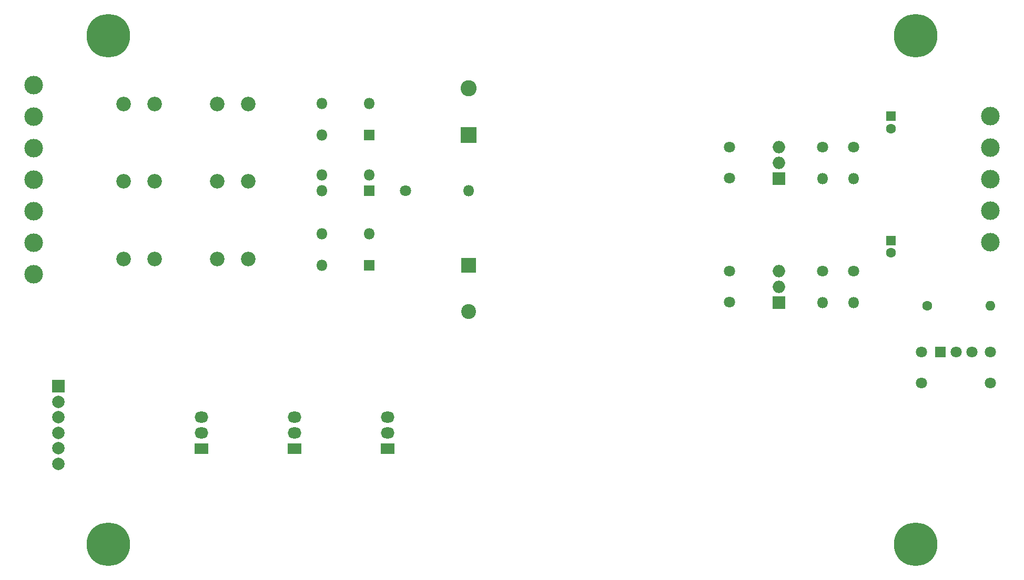
<source format=gbr>
G04 #@! TF.GenerationSoftware,KiCad,Pcbnew,(5.1.7)-1*
G04 #@! TF.CreationDate,2021-12-21T19:24:07+01:00*
G04 #@! TF.ProjectId,ct-1740-psu-board,63742d31-3734-4302-9d70-73752d626f61,rev?*
G04 #@! TF.SameCoordinates,Original*
G04 #@! TF.FileFunction,Soldermask,Bot*
G04 #@! TF.FilePolarity,Negative*
%FSLAX46Y46*%
G04 Gerber Fmt 4.6, Leading zero omitted, Abs format (unit mm)*
G04 Created by KiCad (PCBNEW (5.1.7)-1) date 2021-12-21 19:24:07*
%MOMM*%
%LPD*%
G01*
G04 APERTURE LIST*
%ADD10C,1.600000*%
%ADD11O,1.600000X1.600000*%
%ADD12R,2.400000X2.400000*%
%ADD13C,2.400000*%
%ADD14C,1.800000*%
%ADD15R,2.600000X2.600000*%
%ADD16C,2.600000*%
%ADD17O,1.800000X1.800000*%
%ADD18R,2.200000X1.800000*%
%ADD19O,2.200000X1.800000*%
%ADD20R,1.800000X1.800000*%
%ADD21C,7.000000*%
%ADD22R,1.600000X1.600000*%
%ADD23R,2.000000X2.000000*%
%ADD24O,2.000000X2.000000*%
%ADD25C,3.000000*%
%ADD26C,2.000000*%
%ADD27C,2.350000*%
G04 APERTURE END LIST*
D10*
X171840000Y-67500000D03*
D11*
X182000000Y-67500000D03*
D12*
X98000000Y-61000000D03*
D13*
X98000000Y-68500000D03*
D14*
X170920000Y-75000000D03*
X170920000Y-80000000D03*
D15*
X98000000Y-40000000D03*
D16*
X98000000Y-32500000D03*
D14*
X160000000Y-61920000D03*
D17*
X160000000Y-67000000D03*
X155000000Y-67000000D03*
D14*
X155000000Y-61920000D03*
X160000000Y-41920000D03*
D17*
X160000000Y-47000000D03*
D14*
X155000000Y-41920000D03*
D17*
X155000000Y-47000000D03*
D18*
X85000000Y-90540000D03*
D19*
X85000000Y-88000000D03*
X85000000Y-85460000D03*
D20*
X82000000Y-61000000D03*
D17*
X74380000Y-55920000D03*
X82000000Y-55920000D03*
X74380000Y-61000000D03*
D21*
X170000000Y-106000000D03*
X40000000Y-106000000D03*
X170000000Y-24000000D03*
X40000000Y-24000000D03*
D18*
X70000000Y-90540000D03*
D19*
X70000000Y-88000000D03*
X70000000Y-85460000D03*
D18*
X55000000Y-90540000D03*
D19*
X55000000Y-88000000D03*
X55000000Y-85460000D03*
D17*
X74380000Y-49000000D03*
X82000000Y-46460000D03*
X74380000Y-46460000D03*
D20*
X82000000Y-49000000D03*
D14*
X87840000Y-49000000D03*
D17*
X98000000Y-49000000D03*
X74380000Y-40000000D03*
X82000000Y-34920000D03*
X74380000Y-34920000D03*
D20*
X82000000Y-40000000D03*
D22*
X166000000Y-57000000D03*
D10*
X166000000Y-59000000D03*
D14*
X140000000Y-61960000D03*
X140000000Y-66960000D03*
D22*
X166000000Y-37000000D03*
D10*
X166000000Y-39000000D03*
D14*
X140000000Y-41960000D03*
X140000000Y-46960000D03*
D23*
X148000000Y-67000000D03*
D24*
X148000000Y-64460000D03*
X148000000Y-61920000D03*
D23*
X148000000Y-47000000D03*
D24*
X148000000Y-44460000D03*
X148000000Y-41920000D03*
D14*
X182000000Y-75000000D03*
X182000000Y-80000000D03*
X176460000Y-75000000D03*
D20*
X173920000Y-75000000D03*
D14*
X179000000Y-75000000D03*
D25*
X182000000Y-37000000D03*
X182000000Y-42080000D03*
X182000000Y-47160000D03*
X182000000Y-52240000D03*
X182000000Y-57320000D03*
D26*
X32000000Y-93000000D03*
X32000000Y-90500000D03*
X32000000Y-88000000D03*
X32000000Y-85500000D03*
X32000000Y-83000000D03*
D23*
X32000000Y-80500000D03*
D25*
X28000000Y-32000000D03*
X28000000Y-37080000D03*
X28000000Y-42160000D03*
X28000000Y-47240000D03*
X28000000Y-52320000D03*
X28000000Y-57400000D03*
X28000000Y-62480000D03*
D27*
X57500000Y-35000000D03*
X62500000Y-35000000D03*
X47500000Y-35000000D03*
X42500000Y-35000000D03*
X57500000Y-47500000D03*
X62500000Y-47500000D03*
X47500000Y-47500000D03*
X42500000Y-47500000D03*
X57500000Y-60000000D03*
X62500000Y-60000000D03*
X47500000Y-60000000D03*
X42500000Y-60000000D03*
M02*

</source>
